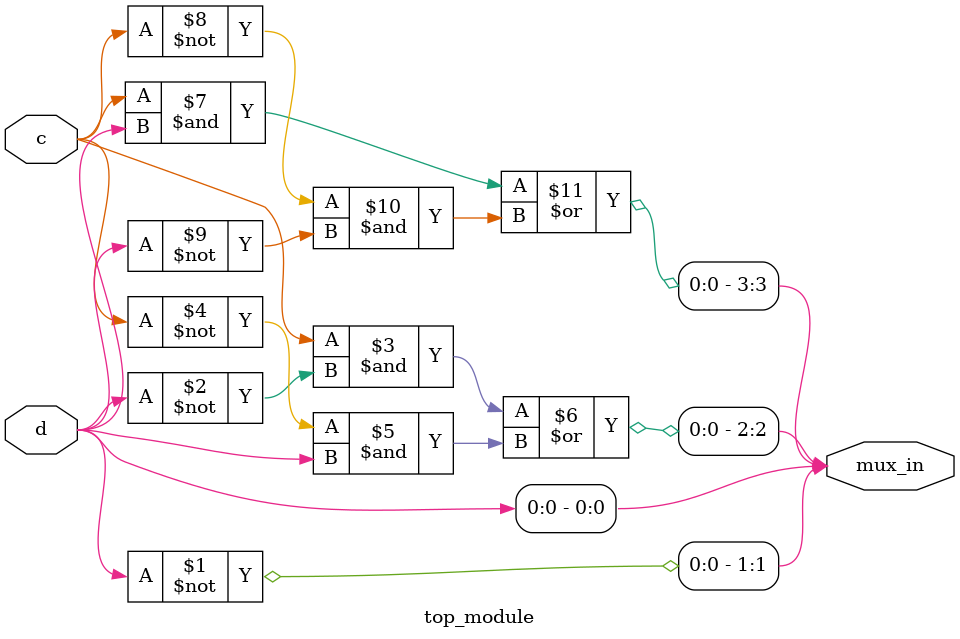
<source format=sv>
module top_module (
    input c,
    input d,
    output [3:0] mux_in
);

    // 2-to-1 mux1
    assign mux_in[0] = d;
    assign mux_in[1] = ~d;

    // 2-to-1 mux2
    assign mux_in[2] = (c & ~d) | (~c & d);
    assign mux_in[3] = (c & d) | (~c & ~d);

endmodule

</source>
